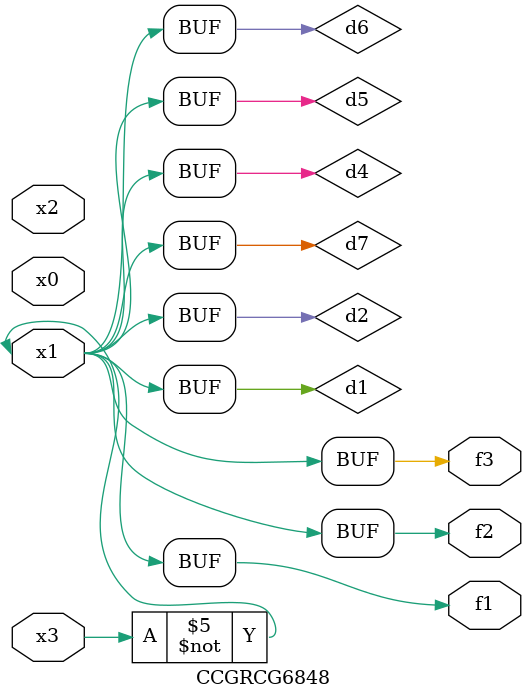
<source format=v>
module CCGRCG6848(
	input x0, x1, x2, x3,
	output f1, f2, f3
);

	wire d1, d2, d3, d4, d5, d6, d7;

	not (d1, x3);
	buf (d2, x1);
	xnor (d3, d1, d2);
	nor (d4, d1);
	buf (d5, d1, d2);
	buf (d6, d4, d5);
	nand (d7, d4);
	assign f1 = d6;
	assign f2 = d7;
	assign f3 = d6;
endmodule

</source>
